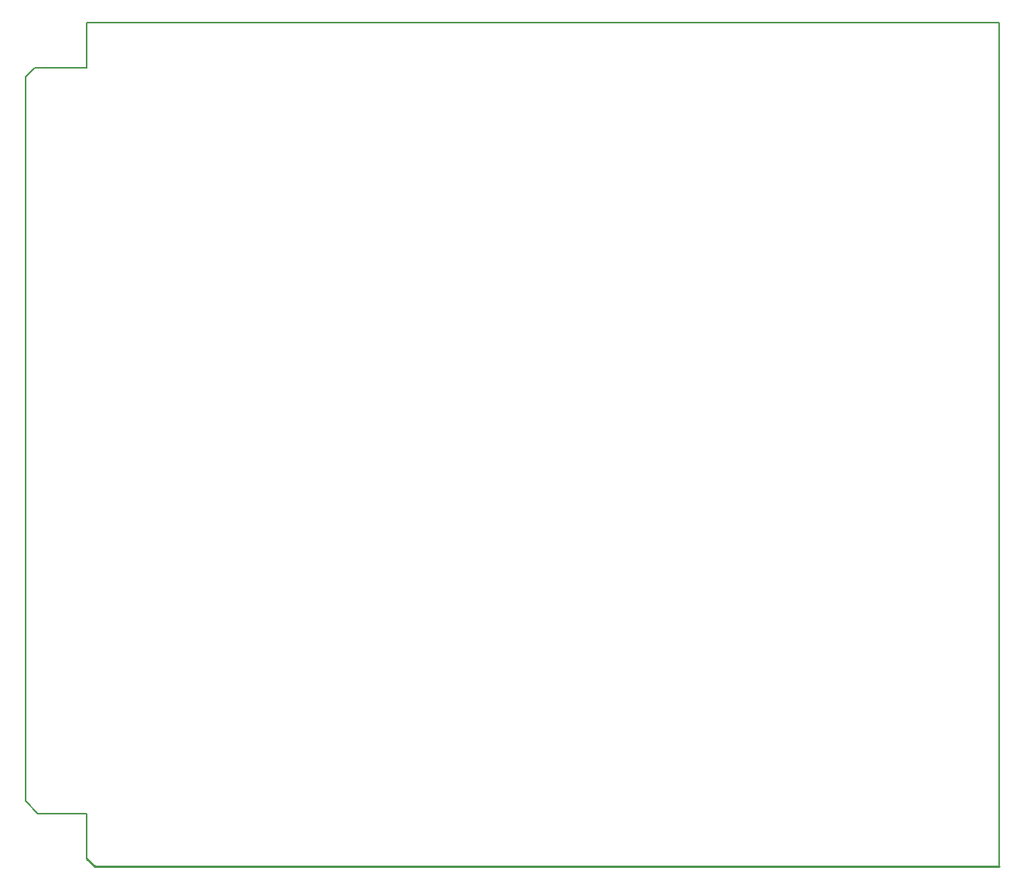
<source format=gko>
G04*
G04 #@! TF.GenerationSoftware,Altium Limited,Altium Designer,21.1.0 (24)*
G04*
G04 Layer_Color=16711935*
%FSLAX25Y25*%
%MOIN*%
G70*
G04*
G04 #@! TF.SameCoordinates,59D5B773-27E9-4806-B489-B34453608D3F*
G04*
G04*
G04 #@! TF.FilePolarity,Positive*
G04*
G01*
G75*
%ADD12C,0.01000*%
%ADD81C,0.00800*%
D12*
X24000Y11900D02*
X27621Y8279D01*
X427500D01*
D81*
X24000Y361900D02*
Y381900D01*
X427500D02*
X427500Y8279D01*
X24000Y381900D02*
X427500D01*
X24000Y11900D02*
Y31900D01*
X-3200Y37400D02*
Y357872D01*
X828Y361900D01*
X24000D01*
X2300Y31900D02*
X24000D01*
X-3200Y37400D02*
X2300Y31900D01*
M02*

</source>
